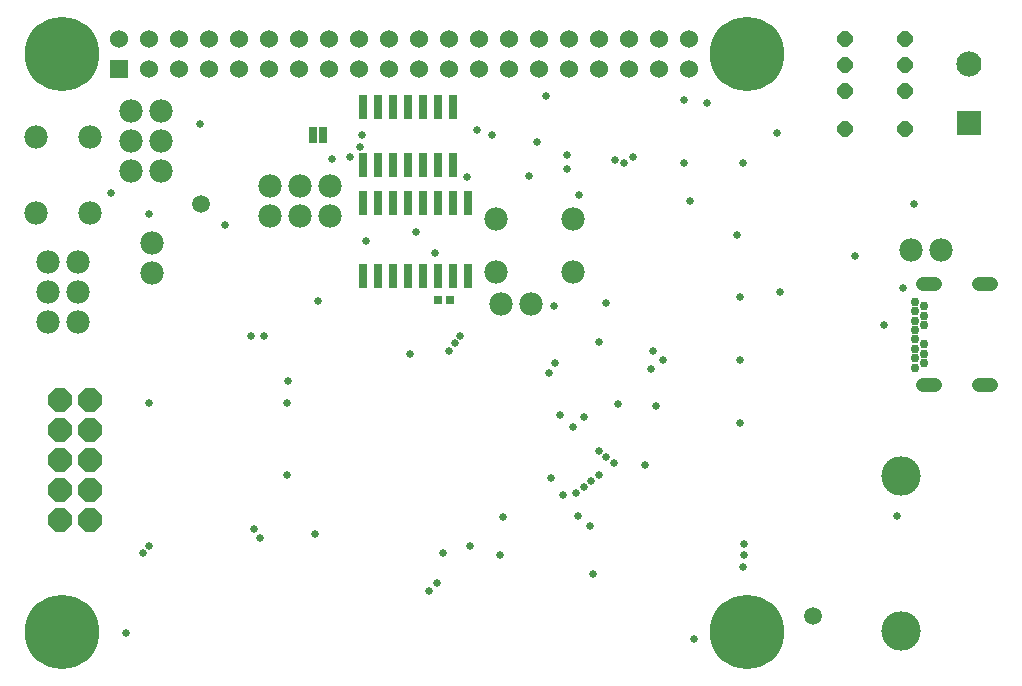
<source format=gbr>
G04 EAGLE Gerber RS-274X export*
G75*
%MOMM*%
%FSLAX34Y34*%
%LPD*%
%INSoldermask Bottom*%
%IPPOS*%
%AMOC8*
5,1,8,0,0,1.08239X$1,22.5*%
G01*
%ADD10C,6.301600*%
%ADD11R,1.524000X1.524000*%
%ADD12C,1.524000*%
%ADD13P,2.144431X8X112.500000*%
%ADD14C,1.981200*%
%ADD15C,3.337563*%
%ADD16C,1.151600*%
%ADD17C,0.754800*%
%ADD18R,2.133600X2.133600*%
%ADD19C,2.133600*%
%ADD20P,1.398015X8X112.500000*%
%ADD21R,0.762000X2.133600*%
%ADD22R,0.701600X0.801600*%
%ADD23R,0.700700X2.070100*%
%ADD24R,0.736600X1.371600*%
%ADD25C,0.654800*%
%ADD26C,1.501600*%


D10*
X39260Y62340D03*
X619260Y62340D03*
X619260Y552340D03*
X39260Y552340D03*
D11*
X87960Y539640D03*
D12*
X113360Y539640D03*
X138760Y539640D03*
X164160Y539640D03*
X189560Y539640D03*
X214960Y539640D03*
X87960Y565040D03*
X113360Y565040D03*
X138760Y565040D03*
X164160Y565040D03*
X189560Y565040D03*
X214960Y565040D03*
X240360Y539640D03*
X240360Y565040D03*
X265760Y539640D03*
X291160Y539640D03*
X316560Y539640D03*
X341960Y539640D03*
X367360Y539640D03*
X392760Y539640D03*
X265760Y565040D03*
X291160Y565040D03*
X316560Y565040D03*
X341960Y565040D03*
X367360Y565040D03*
X392760Y565040D03*
X418160Y539640D03*
X418160Y565040D03*
X443560Y539640D03*
X468960Y539640D03*
X494360Y539640D03*
X519760Y539640D03*
X545160Y539640D03*
X570560Y539640D03*
X443560Y565040D03*
X468960Y565040D03*
X494360Y565040D03*
X519760Y565040D03*
X545160Y565040D03*
X570560Y565040D03*
D13*
X63500Y157480D03*
X38100Y157480D03*
X63500Y182880D03*
X38100Y182880D03*
X63500Y208280D03*
X38100Y208280D03*
X63500Y233680D03*
X38100Y233680D03*
X63500Y259080D03*
X38100Y259080D03*
D14*
X27940Y325120D03*
X53340Y325120D03*
X27940Y350520D03*
X53340Y350520D03*
X27940Y375920D03*
X53340Y375920D03*
X18034Y417068D03*
X18034Y482092D03*
X63246Y417068D03*
X63246Y482092D03*
D15*
X749780Y195199D03*
X749780Y63881D03*
D14*
X436880Y340360D03*
X411480Y340360D03*
D16*
X768378Y271752D02*
X778878Y271752D01*
X778878Y357152D02*
X768378Y357152D01*
X815678Y271752D02*
X826178Y271752D01*
X826178Y357152D02*
X815678Y357152D01*
D17*
X762128Y342452D03*
X769228Y338452D03*
X769228Y330452D03*
X762128Y326452D03*
X769228Y322452D03*
X762128Y318452D03*
X762128Y310452D03*
X769228Y306452D03*
X762128Y302452D03*
X769228Y298452D03*
X769228Y290452D03*
X762128Y286452D03*
X762128Y294452D03*
X762128Y334452D03*
D14*
X783590Y386080D03*
X758190Y386080D03*
D18*
X807720Y494030D03*
D19*
X807720Y544030D03*
D20*
X753110Y488950D03*
X753110Y520950D03*
X753110Y542950D03*
X753110Y564950D03*
X702310Y564950D03*
X702310Y542950D03*
X702310Y520950D03*
X702310Y488950D03*
D14*
X97790Y504190D03*
X123190Y504190D03*
X97790Y478790D03*
X123190Y478790D03*
X97790Y453390D03*
X123190Y453390D03*
X115570Y367030D03*
X115570Y392430D03*
D21*
X294640Y425704D03*
X294640Y364236D03*
X307340Y425704D03*
X320040Y425704D03*
X307340Y364236D03*
X320040Y364236D03*
X332740Y425704D03*
X332740Y364236D03*
X345440Y425704D03*
X345440Y364236D03*
X358140Y425704D03*
X370840Y425704D03*
X358140Y364236D03*
X370840Y364236D03*
X383540Y425704D03*
X383540Y364236D03*
D22*
X368220Y344170D03*
X358220Y344170D03*
D23*
X294640Y507334D03*
X307340Y507334D03*
X320040Y507334D03*
X332740Y507334D03*
X345440Y507334D03*
X358140Y507334D03*
X370840Y507334D03*
X370840Y457866D03*
X358140Y457866D03*
X345440Y457866D03*
X332740Y457866D03*
X320040Y457866D03*
X307340Y457866D03*
X294640Y457866D03*
D14*
X406908Y412496D03*
X471932Y412496D03*
X406908Y367284D03*
X471932Y367284D03*
X266700Y440690D03*
X266700Y415290D03*
X241300Y440690D03*
X241300Y415290D03*
X215900Y440690D03*
X215900Y415290D03*
D24*
X252476Y483870D03*
X260604Y483870D03*
D25*
X711200Y381000D03*
X585470Y510540D03*
X334010Y298450D03*
X229870Y195580D03*
X412750Y160020D03*
X355600Y383540D03*
X177800Y407670D03*
X453390Y193040D03*
X538480Y285750D03*
X156210Y492760D03*
X81280Y434340D03*
X434975Y448945D03*
X455930Y339090D03*
X254000Y146050D03*
X645160Y485140D03*
X199390Y313690D03*
X617220Y128270D03*
D26*
X157480Y425450D03*
D25*
X391160Y487680D03*
X647700Y350520D03*
X461010Y246380D03*
X571500Y427990D03*
X467360Y454660D03*
X515620Y459740D03*
X488950Y111760D03*
X410210Y128270D03*
X481330Y245110D03*
X457200Y290830D03*
X452120Y281940D03*
X472440Y236220D03*
X613410Y240030D03*
X533400Y204470D03*
X751840Y354330D03*
X229870Y256540D03*
X113030Y256540D03*
X610870Y398780D03*
X510540Y256020D03*
X506730Y205740D03*
X613636Y346710D03*
X539750Y300990D03*
X613410Y293370D03*
X494030Y195580D03*
X376908Y313690D03*
X372110Y307340D03*
X487680Y190500D03*
X367030Y300990D03*
X481330Y185420D03*
X500380Y210820D03*
X500380Y341630D03*
X494030Y215900D03*
X494030Y308610D03*
X548640Y293370D03*
X207010Y142240D03*
X542290Y254000D03*
X201930Y149860D03*
X566420Y459740D03*
X566420Y513080D03*
X449580Y516890D03*
X467360Y466316D03*
X508000Y462280D03*
X477520Y433070D03*
X403860Y483870D03*
X441960Y477520D03*
X615950Y459740D03*
X523240Y464820D03*
X361950Y129540D03*
X107950Y129540D03*
X384810Y135890D03*
X113030Y135890D03*
X256540Y342900D03*
X113030Y416560D03*
X615950Y118110D03*
X350520Y97790D03*
X356870Y104140D03*
X617220Y137160D03*
X735330Y322580D03*
X231140Y275590D03*
X463550Y179070D03*
X476250Y161290D03*
X210820Y313690D03*
X474980Y180340D03*
X486410Y152400D03*
D26*
X675640Y76200D03*
D25*
X293370Y483870D03*
X283210Y464820D03*
X339090Y401320D03*
X382270Y448310D03*
X267970Y463550D03*
X292100Y473710D03*
X297180Y393700D03*
X93980Y62230D03*
X574675Y56515D03*
X746760Y161290D03*
X760730Y425450D03*
M02*

</source>
